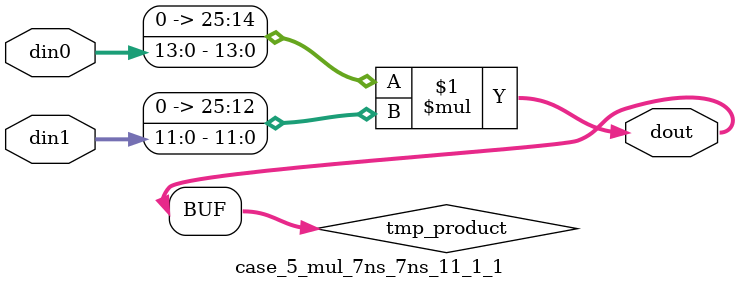
<source format=v>

`timescale 1 ns / 1 ps

 (* use_dsp = "no" *)  module case_5_mul_7ns_7ns_11_1_1(din0, din1, dout);
parameter ID = 1;
parameter NUM_STAGE = 0;
parameter din0_WIDTH = 14;
parameter din1_WIDTH = 12;
parameter dout_WIDTH = 26;

input [din0_WIDTH - 1 : 0] din0; 
input [din1_WIDTH - 1 : 0] din1; 
output [dout_WIDTH - 1 : 0] dout;

wire signed [dout_WIDTH - 1 : 0] tmp_product;
























assign tmp_product = $signed({1'b0, din0}) * $signed({1'b0, din1});











assign dout = tmp_product;





















endmodule

</source>
